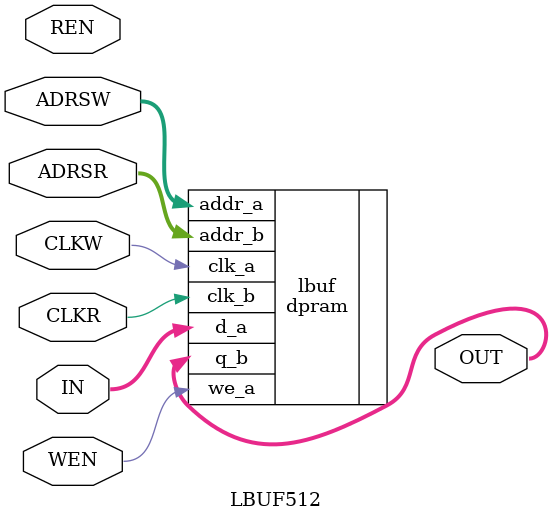
<source format=v>
/***********************************
    FPGA Druaga ( Sprite Part )

      Copyright (c) 2007 MiSTer-X

      Super Pacman Support
                (c) 2021 Jose Tejada, jotego

************************************/
module DRUAGA_SPRITE
(
    input           VCLKx8,
    input           VCLK_EN,

    input [8:0]     HPOS,
    input [8:0]     VPOS,
    input           oHB,

    output [6:0]    SPRA_A,
    input    [23:0] SPRA_D,

    output [4:0]    SPCOL,

    input  [16:0]   ROMAD,
    input     [7:0] ROMDT,
    input           ROMEN,
    input     [2:0] MODEL,
    input           FLIP_SCREEN
);

parameter [2:0] SUPERPAC=3'd5;
parameter [2:0] GROBDA=3'd6;

reg  [9:0]  CLT1_A;
wire [3:0]  CLT1_D;

// Colour Look-up Table
dpram #(4,10) clut1(.clk_a(VCLKx8), .addr_a(CLT1_A), .q_a(CLT1_D),
                    .clk_b(VCLKx8), .addr_b(ROMAD[9:0]), .we_b(ROMEN & (ROMAD[16:10]=={1'b1,4'h3,2'b00})), .d_b(ROMDT[3:0]));

wire [13:0] SPCH_A;
wire [15:0] SPCH_D;

dpram #(8,14) spch0(.clk_a(VCLKx8), .addr_a(SPCH_A), .q_a(SPCH_D[15:8]),
                    .clk_b(VCLKx8), .addr_b(ROMAD[13:0]), .we_b(ROMEN & (ROMAD[16:14]==3'b010)), .d_b(ROMDT));

dpram #(8,14) spch1(.clk_a(VCLKx8), .addr_a(SPCH_A), .q_a(SPCH_D[7:0]),
                    .clk_b(VCLKx8), .addr_b(ROMAD[13:0]), .we_b(ROMEN & (ROMAD[16:14]==3'b011)), .d_b(ROMDT));

reg         lbufr = 1'b0;                   // 0/1

reg [5:0]   loop = 6'h0;                    // 0~32
reg [4:0]   lpcn = 5'h0;                    // 0~31
reg [4:0]   xf, yf;                         // 0~31
reg [8:0]   sx;                             // 0~511
reg [4:0]   sy;                             // 0~31
reg [5:0]   pn;                             // 0x00~0x3F
reg [8:0]   vposl;                          // 0~511

reg [6:0]   nProc = 7'h0;                   // 0~64


// sprite registers access
reg         bLoad = 1'b0;                   // 0/1
wire    [7:0]   spriteram   = SPRA_D[7:0];
wire    [7:0]   spriteram_2 = SPRA_D[15:8];
wire    [7:0]   spriteram_3 = SPRA_D[23:16];
assign      SPRA_A      = {nProc[5:0],bLoad};

// laster hit check
wire    [8:0]   y = spriteram_2 + 8'h10 + vposl;
wire    [8:0]   m = { 1'b1, ( 8'hF0 ^ { 3'b000, spriteram_3[3], 4'b0000 } )};
wire            bHit = ( ( y & m ) == { 1'b0, m[7:0] } );

reg       _sizx;
wire           sizx = spriteram_3[2];
wire            sizy = spriteram_3[3];
wire    [4:0]   mskx = { sizx, 4'b1111 };
wire    [4:0]   msky = { sizy, 4'b1111 };
reg [4:0] _msky = 5'b01111;

reg         bKick = 1'b0;

reg [7:0]   cno;
wire    [4:0]   ox = lpcn ^ xf ^ {FLIP_SCREEN & _sizx, {4{FLIP_SCREEN}}};
assign SPCH_A = { cno[7:2], (cno[1]|sy[4]), (cno[0]|ox[4]), sy[3], ox[3:2], sy[2:0] };

wire    [15:0] SPCO = SPCH_D;

always @(*) begin
    CLT1_A = (ox[1:0]==2'b00) ? { pn, SPCO[15], SPCO[11], SPCO[7], SPCO[3] } :
             (ox[1:0]==2'b01) ? { pn, SPCO[14], SPCO[10], SPCO[6], SPCO[2] } :
             (ox[1:0]==2'b10) ? { pn, SPCO[13], SPCO[ 9], SPCO[5], SPCO[1] } :
                                { pn, SPCO[12], SPCO[ 8], SPCO[4], SPCO[0] } ;
    if( MODEL == SUPERPAC || MODEL == GROBDA) begin  // 2bpp
        CLT1_A[9:2]= { 2'd0, CLT1_A[9:4] };
    end
end

wire [3:0] SPCL;
assign SPCOL = {1'b0,SPCL};
LINEBUF_DOUBLE  linebuf( VCLKx8, ~oHB & VCLK_EN, lbufr, ~VCLKx8 & VCLK_EN, (loop!=0), sx, CLT1_D, HPOS, SPCL );

always @( posedge VCLKx8 ) begin
 if (VCLK_EN) begin
    if (~oHB) begin     // Horizontal display time
        bKick <= 1'b1;
        if (loop!=0) begin  // rend sprite scanline
              sx <= sx+1'd1;
            lpcn <= lpcn+1'd1;
            loop <= loop-1'd1;
        end
        else begin              // rend sprite scanline init.
            if (~nProc[6]) begin
                if (~bLoad) begin
                    if (bHit) begin
                          cno <= spriteram & { 6'b111111, ~sizy, ~sizx };
                            xf <= spriteram_3[0] ? mskx : 5'h0;
                            yf <= spriteram_3[1] ? msky : 5'h0;
                            sy <= ( 9'h10 + vposl + { 1'b0, spriteram_2 } );
                        _msky <= msky;
                        _sizx <= sizx;
                        bLoad <= 1'b1;
                    end
                    else begin
                        nProc <= nProc+1'd1;
                        bLoad <= 1'b0;
                    end
                end
                else begin
                       pn <= spriteram[5:0];
                       sx <= {{spriteram_3[0], spriteram_2[7:0]} ^ {9{FLIP_SCREEN}}} - 9'h38 + {9'h161 & {9{FLIP_SCREEN}}} - {FLIP_SCREEN & _sizx, 4'b0};
                        sy <= ( sy & _msky ) ^ yf;
                     loop <= spriteram_3[1] ? 6'h0 : { _sizx, ~_sizx, 4'h0 };
                     lpcn <= 5'h0;
                    nProc <= nProc+1'd1;
                    bLoad <= 1'b0;
                end
            end
        end
    end
    else begin              // Horizontal blanking time
        if (bKick) begin
            lbufr <= ~VPOS[0];
            vposl <= {VPOS ^ {9{FLIP_SCREEN}}} + 1 + {220 & {9{FLIP_SCREEN}}};
            nProc <= 0;
            bKick <= 1'b0;
        end
    end
 end
end

endmodule

//----------------------------------------
//  Line Buffer ( for Sprite )
//----------------------------------------
module LINEBUF_DOUBLE( CLK, EN, SIDE1, CLK2, WEN, ADRSW, IN, ADRSR, OUT );

input               CLK;
input               EN;
input               SIDE1;
input               CLK2;
input               WEN;
input       [8:0]   ADRSW;
input       [3:0]   IN;
input       [8:0]   ADRSR;
output      [3:0]   OUT;

wire    [3:0]       OUT0, OUT1;

wire                SIDE0  = ~SIDE1;
wire                OPAQUE = ~( IN[0] & IN[1] & IN[2] & IN[3] );

assign          OUT = SIDE1 ? OUT1 : OUT0;

LBUF512 buf0( CLK, SIDE0 ? EN : ( EN & WEN & OPAQUE ), SIDE0 ? ADRSR : ADRSW, SIDE0 ? 4'b1111 : IN, CLK2, EN & SIDE0, ADRSR, OUT0 );
LBUF512 buf1( CLK, SIDE1 ? EN : ( EN & WEN & OPAQUE ), SIDE1 ? ADRSR : ADRSW, SIDE1 ? 4'b1111 : IN, CLK2, EN & SIDE1, ADRSR, OUT1 );

endmodule

module LBUF512
(
    input         CLKW,
    input         WEN,
    input  [8:0]  ADRSW,
    input  [3:0]  IN,
    input         CLKR,
    input         REN,
    input  [8:0]  ADRSR,
    output [3:0]  OUT
);

    dpram #(4,9) lbuf(
        .clk_a ( CLKW   ),
        .we_a  ( WEN    ),
        .addr_a( ADRSW  ),
        .clk_b ( CLKR   ),
        .d_a   ( IN     ),
        .addr_b( ADRSR  ),
        .q_b   ( OUT    )
    );

endmodule

</source>
